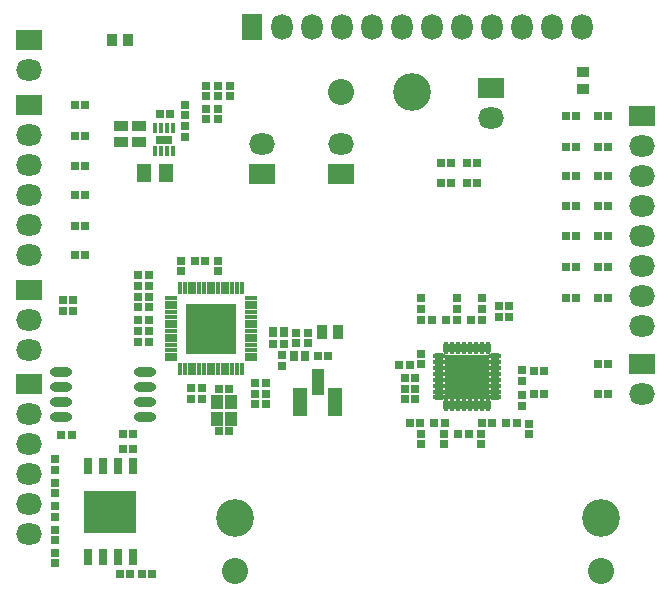
<source format=gts>
G04*
G04 #@! TF.GenerationSoftware,Altium Limited,Altium Designer,21.0.9 (235)*
G04*
G04 Layer_Color=8388736*
%FSTAX24Y24*%
%MOIN*%
G70*
G04*
G04 #@! TF.SameCoordinates,C81BF7DB-63EA-445F-9019-DF517AEC57AA*
G04*
G04*
G04 #@! TF.FilePolarity,Negative*
G04*
G01*
G75*
%ADD42O,0.0749X0.0316*%
%ADD43R,0.0281X0.0281*%
%ADD44R,0.0281X0.0281*%
%ADD45R,0.0316X0.0332*%
%ADD46R,0.0395X0.0867*%
%ADD47R,0.0513X0.0946*%
%ADD48R,0.0297X0.0257*%
%ADD49R,0.0415X0.0454*%
%ADD50R,0.0257X0.0297*%
%ADD51R,0.0415X0.0159*%
%ADD52R,0.1655X0.1655*%
%ADD53R,0.0159X0.0415*%
%ADD54R,0.0375X0.0454*%
%ADD55R,0.0454X0.0375*%
%ADD56R,0.0474X0.0627*%
%ADD57R,0.0552X0.0316*%
%ADD58R,0.0178X0.0375*%
%ADD59R,0.0257X0.0572*%
%ADD60R,0.1773X0.1419*%
%ADD61O,0.0178X0.0434*%
%ADD62O,0.0434X0.0178*%
%ADD63R,0.1458X0.1458*%
%ADD64R,0.0336X0.0415*%
%ADD65R,0.0415X0.0336*%
%ADD66R,0.0867X0.0710*%
%ADD67O,0.0867X0.0710*%
%ADD68R,0.0710X0.0867*%
%ADD69O,0.0710X0.0867*%
%ADD70C,0.1261*%
%ADD71C,0.0867*%
D42*
X026122Y029254D02*
D03*
Y028754D02*
D03*
Y028254D02*
D03*
Y027754D02*
D03*
X028917Y029254D02*
D03*
Y028754D02*
D03*
Y028254D02*
D03*
Y027754D02*
D03*
D43*
X034331Y030571D02*
D03*
Y030217D02*
D03*
X033937Y030571D02*
D03*
Y030217D02*
D03*
X033465Y029823D02*
D03*
Y029469D02*
D03*
X030439Y028721D02*
D03*
Y028366D02*
D03*
X030118Y032618D02*
D03*
Y032972D02*
D03*
X025906Y024429D02*
D03*
Y024783D02*
D03*
X041053Y031093D02*
D03*
Y031447D02*
D03*
X040699Y031093D02*
D03*
Y031447D02*
D03*
X041486Y028494D02*
D03*
Y02814D02*
D03*
X031339Y032972D02*
D03*
Y032618D02*
D03*
X038093Y029516D02*
D03*
Y029871D02*
D03*
X025906Y025217D02*
D03*
Y025571D02*
D03*
X041486Y029321D02*
D03*
Y028967D02*
D03*
D44*
X033169Y030197D02*
D03*
X033524D02*
D03*
X034665Y029803D02*
D03*
X03502D02*
D03*
X032579Y028898D02*
D03*
X032933D02*
D03*
X032579Y028543D02*
D03*
X032933D02*
D03*
X032579Y028189D02*
D03*
X032933D02*
D03*
X031358Y028701D02*
D03*
X031713D02*
D03*
Y027283D02*
D03*
X031358D02*
D03*
X026476Y027165D02*
D03*
X026122D02*
D03*
X029035Y03248D02*
D03*
X028681D02*
D03*
X029035Y032126D02*
D03*
X028681D02*
D03*
X041309Y027569D02*
D03*
X040955D02*
D03*
X040128D02*
D03*
X040482D02*
D03*
X038907D02*
D03*
X038553D02*
D03*
X038081D02*
D03*
X037726D02*
D03*
X029154Y02252D02*
D03*
X028799D02*
D03*
X03812Y030994D02*
D03*
X038474D02*
D03*
X03935Y027205D02*
D03*
X039705D02*
D03*
X040128Y030994D02*
D03*
X039774D02*
D03*
X039301D02*
D03*
X038947D02*
D03*
D45*
X033535Y030591D02*
D03*
X033157D02*
D03*
X034244Y029803D02*
D03*
X033866D02*
D03*
D46*
X03466Y028933D02*
D03*
D47*
X034069Y028254D02*
D03*
X035251D02*
D03*
D48*
X030799Y028374D02*
D03*
Y028714D02*
D03*
X030236Y037113D02*
D03*
Y037453D02*
D03*
Y037822D02*
D03*
Y038162D02*
D03*
X0381Y031715D02*
D03*
Y031375D02*
D03*
X030945Y038044D02*
D03*
Y037704D02*
D03*
X031339Y038044D02*
D03*
Y037704D02*
D03*
X030945Y038452D02*
D03*
Y038792D02*
D03*
X025906Y026011D02*
D03*
Y026351D02*
D03*
X025906Y023241D02*
D03*
Y022901D02*
D03*
X031339Y038452D02*
D03*
Y038792D02*
D03*
X025906Y023649D02*
D03*
Y023989D02*
D03*
X031732Y038452D02*
D03*
Y038792D02*
D03*
X0381Y026848D02*
D03*
Y027188D02*
D03*
X038888Y026848D02*
D03*
Y027188D02*
D03*
X040108Y026848D02*
D03*
Y027188D02*
D03*
X041722Y027202D02*
D03*
Y027542D02*
D03*
X040148Y031715D02*
D03*
Y031375D02*
D03*
X039321Y031715D02*
D03*
Y031375D02*
D03*
D49*
X031762Y028278D02*
D03*
X031309D02*
D03*
Y027707D02*
D03*
X031762D02*
D03*
D50*
X028176Y027205D02*
D03*
X028516D02*
D03*
X030578Y032953D02*
D03*
X030918D02*
D03*
X028688Y031772D02*
D03*
X029028D02*
D03*
X028688Y031417D02*
D03*
X029028D02*
D03*
X028688Y030984D02*
D03*
X029028D02*
D03*
X028688Y03063D02*
D03*
X029028D02*
D03*
X028688Y030276D02*
D03*
X029028D02*
D03*
X044343Y031732D02*
D03*
X044003D02*
D03*
Y036772D02*
D03*
X044343D02*
D03*
X044003Y037795D02*
D03*
X044343D02*
D03*
X026902Y037126D02*
D03*
X026562D02*
D03*
X026902Y036142D02*
D03*
X026562D02*
D03*
X029737Y037874D02*
D03*
X029397D02*
D03*
X037576Y029065D02*
D03*
X037916D02*
D03*
X028058Y02252D02*
D03*
X028398D02*
D03*
X04328Y036772D02*
D03*
X04294D02*
D03*
X04328Y035787D02*
D03*
X04294D02*
D03*
X04328Y034803D02*
D03*
X04294D02*
D03*
X04328Y03378D02*
D03*
X04294D02*
D03*
X04328Y032756D02*
D03*
X04294D02*
D03*
X04328Y031732D02*
D03*
X04294D02*
D03*
X039107Y035551D02*
D03*
X038767D02*
D03*
X039107Y036234D02*
D03*
X038767D02*
D03*
X044003Y035787D02*
D03*
X044343D02*
D03*
X044003Y032756D02*
D03*
X044343D02*
D03*
X044003Y03378D02*
D03*
X044343D02*
D03*
X044003Y034803D02*
D03*
X044343D02*
D03*
X026509Y031654D02*
D03*
X026169D02*
D03*
X026509Y031299D02*
D03*
X026169D02*
D03*
X037383Y029503D02*
D03*
X037723D02*
D03*
X037916Y028356D02*
D03*
X037576D02*
D03*
X026902Y03815D02*
D03*
X026562D02*
D03*
X026902Y035157D02*
D03*
X026562D02*
D03*
X044343Y029528D02*
D03*
X044003D02*
D03*
X026902Y034134D02*
D03*
X026562D02*
D03*
X044343Y028543D02*
D03*
X044003D02*
D03*
X026902Y03315D02*
D03*
X026562D02*
D03*
X039633Y036234D02*
D03*
X039973D02*
D03*
X039633Y035551D02*
D03*
X039973D02*
D03*
X04328Y037795D02*
D03*
X04294D02*
D03*
X028516Y026693D02*
D03*
X028176D02*
D03*
X037576Y028711D02*
D03*
X037916D02*
D03*
X042207Y028514D02*
D03*
X041867D02*
D03*
X042207Y029301D02*
D03*
X041867D02*
D03*
D51*
X032441Y031732D02*
D03*
Y031575D02*
D03*
Y031417D02*
D03*
X029764Y029685D02*
D03*
Y029843D02*
D03*
Y03D02*
D03*
Y030157D02*
D03*
Y030315D02*
D03*
Y030472D02*
D03*
Y03063D02*
D03*
Y030787D02*
D03*
Y030945D02*
D03*
Y031102D02*
D03*
Y03126D02*
D03*
Y031417D02*
D03*
Y031575D02*
D03*
Y031732D02*
D03*
X032441Y03126D02*
D03*
Y031102D02*
D03*
Y030945D02*
D03*
Y030787D02*
D03*
Y03063D02*
D03*
Y030472D02*
D03*
Y030315D02*
D03*
Y030157D02*
D03*
Y03D02*
D03*
Y029843D02*
D03*
Y029685D02*
D03*
D52*
X031102Y030709D02*
D03*
D53*
X032126Y02937D02*
D03*
X031969D02*
D03*
X031811D02*
D03*
X031654D02*
D03*
X031496D02*
D03*
X031339D02*
D03*
X031181D02*
D03*
X031024D02*
D03*
X030866D02*
D03*
X030709D02*
D03*
X030551D02*
D03*
X030394D02*
D03*
X030236D02*
D03*
X030079D02*
D03*
Y032047D02*
D03*
X030236D02*
D03*
X030394D02*
D03*
X030551D02*
D03*
X030709D02*
D03*
X030866D02*
D03*
X031024D02*
D03*
X031181D02*
D03*
X031339D02*
D03*
X031496D02*
D03*
X031654D02*
D03*
X031811D02*
D03*
X031969D02*
D03*
X032126D02*
D03*
D54*
X034813Y030591D02*
D03*
X035344D02*
D03*
D55*
X028701Y036939D02*
D03*
Y03747D02*
D03*
X02811D02*
D03*
Y036939D02*
D03*
D56*
X028886Y035906D02*
D03*
X029618D02*
D03*
D57*
X029528Y037008D02*
D03*
D58*
X029823Y037388D02*
D03*
X029626D02*
D03*
X029429D02*
D03*
X029232D02*
D03*
X029823Y036628D02*
D03*
X029626D02*
D03*
X029429D02*
D03*
X029232D02*
D03*
D59*
X028506Y02613D02*
D03*
X028006D02*
D03*
X027506D02*
D03*
X027006D02*
D03*
X028506Y023083D02*
D03*
X028006D02*
D03*
X027506D02*
D03*
X027006D02*
D03*
D60*
X027756Y024606D02*
D03*
D61*
X038947Y028159D02*
D03*
X039144D02*
D03*
X039341D02*
D03*
X039537D02*
D03*
X039734D02*
D03*
X039931D02*
D03*
X040128D02*
D03*
X040325D02*
D03*
Y030049D02*
D03*
X040128D02*
D03*
X039931D02*
D03*
X039734D02*
D03*
X039537D02*
D03*
X039341D02*
D03*
X039144D02*
D03*
X038947D02*
D03*
D62*
X040581Y028415D02*
D03*
Y028612D02*
D03*
Y028809D02*
D03*
Y029006D02*
D03*
Y029203D02*
D03*
Y0294D02*
D03*
Y029596D02*
D03*
Y029793D02*
D03*
X038691D02*
D03*
Y029596D02*
D03*
Y0294D02*
D03*
Y029203D02*
D03*
Y029006D02*
D03*
Y028809D02*
D03*
Y028612D02*
D03*
Y028415D02*
D03*
D63*
X039636Y029104D02*
D03*
D64*
X028346Y040315D02*
D03*
X027795D02*
D03*
D65*
X043504Y038701D02*
D03*
Y039252D02*
D03*
D66*
X040433Y03872D02*
D03*
X025039Y032008D02*
D03*
Y028858D02*
D03*
X045472Y029528D02*
D03*
Y037795D02*
D03*
X035433Y035866D02*
D03*
X025039Y03815D02*
D03*
Y040315D02*
D03*
X032795Y035866D02*
D03*
D67*
X040433Y037736D02*
D03*
X025039Y030008D02*
D03*
Y031008D02*
D03*
Y023858D02*
D03*
Y024858D02*
D03*
Y025858D02*
D03*
Y026858D02*
D03*
Y027858D02*
D03*
X045472Y028528D02*
D03*
Y030795D02*
D03*
Y031795D02*
D03*
Y032795D02*
D03*
Y033795D02*
D03*
Y034795D02*
D03*
Y035795D02*
D03*
Y036795D02*
D03*
X035433Y03685D02*
D03*
X025039Y03715D02*
D03*
Y03615D02*
D03*
Y03515D02*
D03*
Y03415D02*
D03*
Y03315D02*
D03*
Y039315D02*
D03*
X032795Y03685D02*
D03*
D68*
X03248Y040748D02*
D03*
D69*
X03348D02*
D03*
X03448D02*
D03*
X03548D02*
D03*
X03648D02*
D03*
X03748D02*
D03*
X03848D02*
D03*
X03948D02*
D03*
X04048D02*
D03*
X04148D02*
D03*
X04248D02*
D03*
X04348D02*
D03*
D70*
X037795Y038583D02*
D03*
X044094Y024409D02*
D03*
X03189D02*
D03*
D71*
X035433Y038583D02*
D03*
X044094Y022638D02*
D03*
X03189D02*
D03*
M02*

</source>
